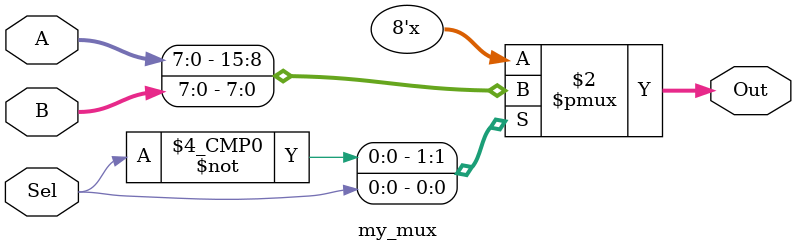
<source format=sv>
module my_mux#( parameter Length = 8)(
    input  Sel,   
    input [Length-1:0] A,   
    input [Length-1:0] B,
    output reg [Length-1:0] Out
    );
    
    always @(Sel, A, B) begin
        case(Sel)
            1'b0: Out = A;
            1'b1: Out = B;
       endcase    
   end
    
endmodule
</source>
